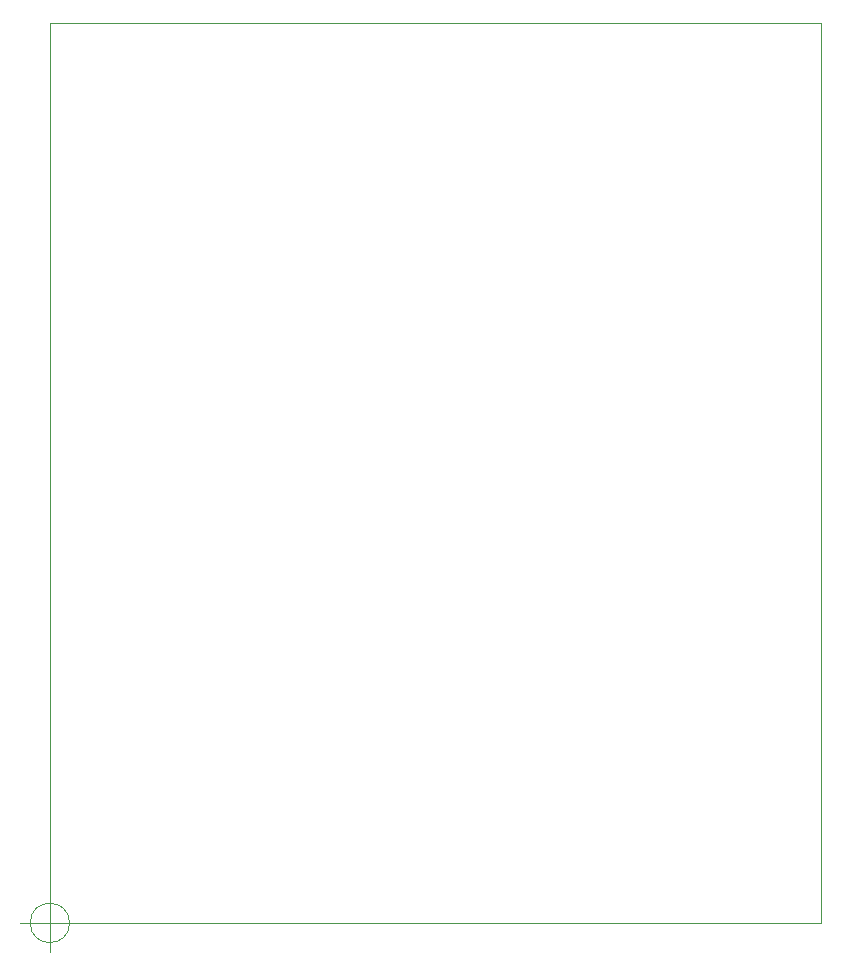
<source format=gbr>
%TF.GenerationSoftware,KiCad,Pcbnew,(5.1.9)-1*%
%TF.CreationDate,2021-07-15T08:49:35+03:00*%
%TF.ProjectId,SmartAirExchanger,536d6172-7441-4697-9245-786368616e67,rev?*%
%TF.SameCoordinates,PX6d01460PY68290a0*%
%TF.FileFunction,Profile,NP*%
%FSLAX46Y46*%
G04 Gerber Fmt 4.6, Leading zero omitted, Abs format (unit mm)*
G04 Created by KiCad (PCBNEW (5.1.9)-1) date 2021-07-15 08:49:35*
%MOMM*%
%LPD*%
G01*
G04 APERTURE LIST*
%TA.AperFunction,Profile*%
%ADD10C,0.050000*%
%TD*%
G04 APERTURE END LIST*
D10*
X65278000Y76200000D02*
X0Y76200000D01*
X65278000Y0D02*
X65278000Y76200000D01*
X0Y0D02*
X65278000Y0D01*
X0Y76200000D02*
X0Y0D01*
X1666666Y0D02*
G75*
G03*
X1666666Y0I-1666666J0D01*
G01*
X-2500000Y0D02*
X2500000Y0D01*
X0Y2500000D02*
X0Y-2500000D01*
M02*

</source>
